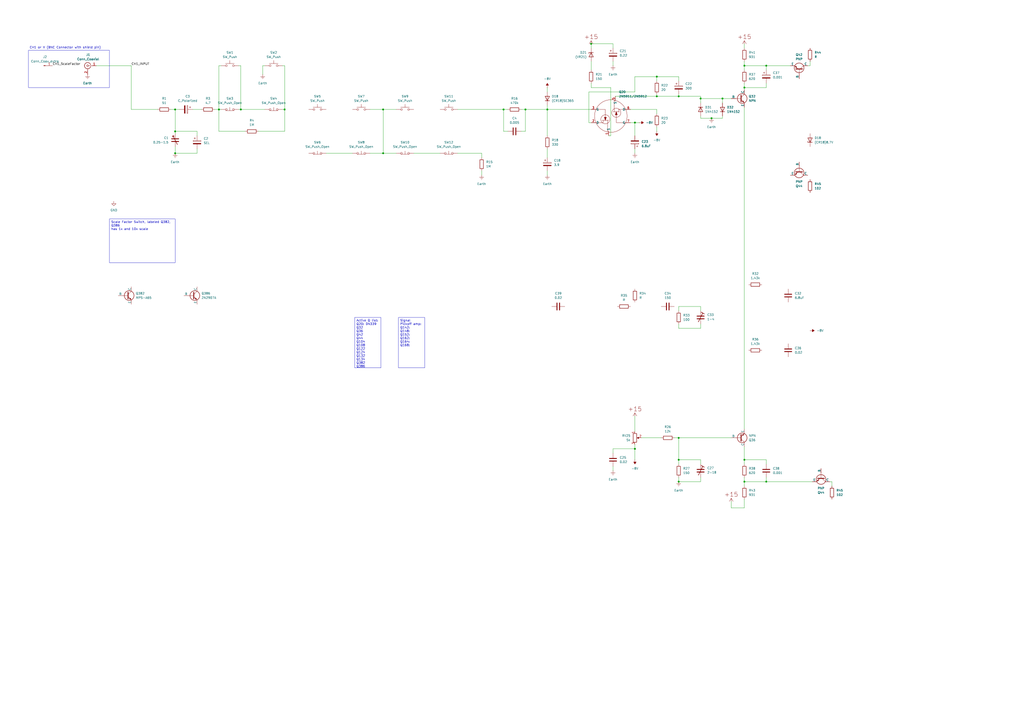
<source format=kicad_sch>
(kicad_sch (version 20250114) (generator "eeschema") (generator_version "9.0")
  (paper "A2")
  (lib_symbols
    (symbol "Connector:Conn_01x01_Pin" (pin_names (offset 1.016) (hide yes))
      (property "Reference" "J" (at 0 2.54 0))
      (property "Value" "Conn_01x01_Pin" (at 0 -2.54 0))
      (symbol "Conn_01x01_Pin_1_1"
        (rectangle (start 0.8636 0.127) (end 0 -0.127) (stroke (width 0.1524)) (fill (type outline)))
        (polyline (pts (xy 1.27 0) (xy 0.8636 0)) (stroke (width 0.1524)))
        (pin passive line (at 5.08 0 180) (length 3.81) (name "Pin_1") (number "1"))
      )
    )
    (symbol "Connector:Conn_Coaxial" (pin_names (offset 1.016) (hide yes))
      (property "Reference" "J" (at 0.254 3.048 0))
      (property "Value" "Conn_Coaxial" (at 2.921 0 90))
      (symbol "Conn_Coaxial_0_1"
        (polyline (pts (xy -2.54 0) (xy -0.508 0)))
        (arc (start 1.778 0) (mid 0.222 -1.8079) (end -1.778 -0.508) (stroke (width 0.254)))
        (arc (start -1.778 0.508) (mid 0.2221 1.8084) (end 1.778 0) (stroke (width 0.254)))
        (circle (center 0 0) (radius 0.508) (stroke (width 0.2032)))
        (polyline (pts (xy 0 -2.54) (xy 0 -1.778)))
      )
      (symbol "Conn_Coaxial_1_1"
        (pin passive line (at -5.08 0 0) (length 2.54) (name "In") (number "1"))
        (pin passive line (at 0 -5.08 90) (length 2.54) (name "Ext") (number "2"))
      )
    )
    (symbol "Device:C" (pin_numbers (hide yes)) (pin_names (offset 0.254))
      (property "Reference" "C" (at 0.635 2.54 0))
      (property "Value" "C" (at 0.635 -2.54 0))
      (symbol "C_0_1"
        (polyline (pts (xy -2.032 0.762) (xy 2.032 0.762)) (stroke (width 0.508)))
        (polyline (pts (xy -2.032 -0.762) (xy 2.032 -0.762)) (stroke (width 0.508)))
      )
      (symbol "C_1_1"
        (pin passive line (at 0 3.81 270) (length 2.794) (name "~") (number "1"))
        (pin passive line (at 0 -3.81 90) (length 2.794) (name "~") (number "2"))
      )
    )
    (symbol "Device:C_Polarized" (pin_numbers (hide yes)) (pin_names (offset 0.254))
      (property "Reference" "C" (at 0.635 2.54 0))
      (property "Value" "C_Polarized" (at 0.635 -2.54 0))
      (symbol "C_Polarized_0_1"
        (rectangle (start -2.286 0.508) (end 2.286 1.016))
        (polyline (pts (xy -1.778 2.286) (xy -0.762 2.286)))
        (polyline (pts (xy -1.27 2.794) (xy -1.27 1.778)))
        (rectangle (start 2.286 -0.508) (end -2.286 -1.016) (fill (type outline)))
      )
      (symbol "C_Polarized_1_1"
        (pin passive line (at 0 3.81 270) (length 2.794) (name "~") (number "1"))
        (pin passive line (at 0 -3.81 90) (length 2.794) (name "~") (number "2"))
      )
    )
    (symbol "Device:C_Trim" (pin_numbers (hide yes)) (pin_names (offset 0.254) (hide yes))
      (property "Reference" "C" (at 1.524 -2.032 0))
      (property "Value" "C_Trim" (at 3.048 -3.556 0))
      (symbol "C_Trim_0_1"
        (polyline (pts (xy -2.032 0.762) (xy 2.032 0.762)) (stroke (width 0.508)))
        (polyline (pts (xy -2.032 -0.762) (xy 2.032 -0.762)) (stroke (width 0.508)))
        (polyline (pts (xy 1.27 2.54) (xy -1.27 -2.54)) (stroke (width 0.3048)))
        (polyline (pts (xy 1.27 2.54) (xy 0.381 3.048)) (stroke (width 0.3048)))
        (polyline (pts (xy 1.27 2.54) (xy 2.159 2.032)) (stroke (width 0.3048)))
      )
      (symbol "C_Trim_1_1"
        (pin passive line (at 0 3.81 270) (length 3.048) (name "~") (number "1"))
        (pin passive line (at 0 -3.81 90) (length 3.048) (name "~") (number "2"))
      )
    )
    (symbol "Device:C_Variable" (pin_numbers (hide yes)) (pin_names (offset 0.254) (hide yes))
      (property "Reference" "C" (at 0.635 -1.905 0))
      (property "Value" "C_Variable" (at 0.635 -3.81 0))
      (symbol "C_Variable_0_1"
        (polyline (pts (xy -2.032 0.762) (xy 2.032 0.762)) (stroke (width 0.508)))
        (polyline (pts (xy -2.032 -0.762) (xy 2.032 -0.762)) (stroke (width 0.508)))
        (polyline (pts (xy 1.27 2.54) (xy -1.27 -2.54)) (stroke (width 0.3048)))
        (polyline (pts (xy 1.27 2.54) (xy 0.508 2.286)) (stroke (width 0.3048)))
        (polyline (pts (xy 1.27 2.54) (xy 1.524 1.778)) (stroke (width 0.3048)))
      )
      (symbol "C_Variable_1_1"
        (pin passive line (at 0 3.81 270) (length 3.048) (name "~") (number "1"))
        (pin passive line (at 0 -3.81 90) (length 3.048) (name "~") (number "2"))
      )
    )
    (symbol "Device:D" (pin_numbers (hide yes)) (pin_names (offset 1.016) (hide yes))
      (property "Reference" "D" (at 0 2.54 0))
      (property "Value" "D" (at 0 -2.54 0))
      (symbol "D_0_1"
        (polyline (pts (xy -1.27 1.27) (xy -1.27 -1.27)) (stroke (width 0.254)))
        (polyline (pts (xy 1.27 1.27) (xy 1.27 -1.27) (xy -1.27 0) (xy 1.27 1.27)) (stroke (width 0.254)))
        (polyline (pts (xy 1.27 0) (xy -1.27 0)))
      )
      (symbol "D_1_1"
        (pin passive line (at -3.81 0 0) (length 2.54) (name "K") (number "1"))
        (pin passive line (at 3.81 0 180) (length 2.54) (name "A") (number "2"))
      )
    )
    (symbol "Device:D_Zener" (pin_numbers (hide yes)) (pin_names (offset 1.016) (hide yes))
      (property "Reference" "D" (at 0 2.54 0))
      (property "Value" "D_Zener" (at 0 -2.54 0))
      (symbol "D_Zener_0_1"
        (polyline (pts (xy -1.27 -1.27) (xy -1.27 1.27) (xy -0.762 1.27)) (stroke (width 0.254)))
        (polyline (pts (xy 1.27 0) (xy -1.27 0)))
        (polyline (pts (xy 1.27 -1.27) (xy 1.27 1.27) (xy -1.27 0) (xy 1.27 -1.27)) (stroke (width 0.254)))
      )
      (symbol "D_Zener_1_1"
        (pin passive line (at -3.81 0 0) (length 2.54) (name "K") (number "1"))
        (pin passive line (at 3.81 0 180) (length 2.54) (name "A") (number "2"))
      )
    )
    (symbol "Device:R" (pin_numbers (hide yes)) (pin_names (offset 0))
      (property "Reference" "R" (at 2.032 0 90))
      (property "Value" "R" (at 0 0 90))
      (symbol "R_0_1"
        (rectangle (start -1.016 -2.54) (end 1.016 2.54) (stroke (width 0.254)))
      )
      (symbol "R_1_1"
        (pin passive line (at 0 3.81 270) (length 1.27) (name "~") (number "1"))
        (pin passive line (at 0 -3.81 90) (length 1.27) (name "~") (number "2"))
      )
    )
    (symbol "Device:R_Potentiometer" (pin_names (offset 1.016) (hide yes))
      (property "Reference" "RV" (at -4.445 0 90))
      (property "Value" "R_Potentiometer" (at -2.54 0 90))
      (symbol "R_Potentiometer_0_1"
        (rectangle (start 1.016 2.54) (end -1.016 -2.54) (stroke (width 0.254)))
        (polyline (pts (xy 1.143 0) (xy 2.286 0.508) (xy 2.286 -0.508) (xy 1.143 0)) (fill (type outline)))
        (polyline (pts (xy 2.54 0) (xy 1.524 0)))
      )
      (symbol "R_Potentiometer_1_1"
        (pin passive line (at 0 3.81 270) (length 1.27) (name "1") (number "1"))
        (pin passive line (at 0 -3.81 90) (length 1.27) (name "3") (number "3"))
        (pin passive line (at 3.81 0 180) (length 1.27) (name "2") (number "2"))
      )
    )
    (symbol "PCM_Generic:P,+15" (power) (pin_numbers (hide yes)) (pin_names (offset 1.27) (hide yes))
      (symbol "P,+15_1_1"
        (polyline (pts (xy -1.0668 0) (xy 0 1.8288) (xy 1.0668 0)))
        (polyline (pts (xy 0 0) (xy 0 1.8288)))
        (text "+15" (at 0 2.54 0) (effects (font (size 2.54 2.54)) (justify bottom)))
        (pin power_in line (at 0 0 0) (length 0) (hide yes) (name "+15") (number "0"))
      )
    )
    (symbol "Simulation_SPICE:NPN" (pin_numbers (hide yes)) (pin_names (offset 0))
      (property "Reference" "Q" (at -2.54 7.62 0))
      (property "Value" "NPN" (at -2.54 5.08 0))
      (symbol "NPN_0_1"
        (polyline (pts (xy -2.54 0) (xy 0.635 0)) (stroke (width 0.1524)))
        (polyline (pts (xy 0.635 1.905) (xy 0.635 -1.905) (xy 0.635 -1.905)) (stroke (width 0.508)))
        (polyline (pts (xy 0.635 0.635) (xy 2.54 2.54)))
        (polyline (pts (xy 0.635 -0.635) (xy 2.54 -2.54) (xy 2.54 -2.54)))
        (circle (center 1.27 0) (radius 2.8194) (stroke (width 0.254)))
        (polyline (pts (xy 1.27 -1.778) (xy 1.778 -1.27) (xy 2.286 -2.286) (xy 1.27 -1.778) (xy 1.27 -1.778)) (fill (type outline)))
        (polyline (pts (xy 2.794 -1.27) (xy 2.794 -1.27)) (stroke (width 0.1524)))
        (polyline (pts (xy 2.794 -1.27) (xy 2.794 -1.27)) (stroke (width 0.1524)))
      )
      (symbol "NPN_1_1"
        (pin input line (at -5.08 0 0) (length 2.54) (name "B") (number "2"))
        (pin open_collector line (at 2.54 5.08 270) (length 2.54) (name "C") (number "1"))
        (pin open_emitter line (at 2.54 -5.08 90) (length 2.54) (name "E") (number "3"))
      )
    )
    (symbol "Simulation_SPICE:PNP" (pin_numbers (hide yes)) (pin_names (offset 0))
      (property "Reference" "Q" (at -2.54 7.62 0))
      (property "Value" "PNP" (at -2.54 5.08 0))
      (symbol "PNP_0_1"
        (polyline (pts (xy -2.54 0) (xy 0.635 0)) (stroke (width 0.1524)))
        (polyline (pts (xy 0.635 1.905) (xy 0.635 -1.905) (xy 0.635 -1.905)) (stroke (width 0.508)))
        (polyline (pts (xy 0.635 0.635) (xy 2.54 2.54)))
        (polyline (pts (xy 0.635 -0.635) (xy 2.54 -2.54) (xy 2.54 -2.54)))
        (circle (center 1.27 0) (radius 2.8194) (stroke (width 0.254)))
        (polyline (pts (xy 2.286 -1.778) (xy 1.778 -2.286) (xy 1.27 -1.27) (xy 2.286 -1.778) (xy 2.286 -1.778)) (fill (type outline)))
      )
      (symbol "PNP_1_1"
        (pin input line (at -5.08 0 0) (length 2.54) (name "B") (number "2"))
        (pin open_collector line (at 2.54 5.08 270) (length 2.54) (name "C") (number "1"))
        (pin open_emitter line (at 2.54 -5.08 90) (length 2.54) (name "E") (number "3"))
      )
    )
    (symbol "Switch:SW_Push" (pin_numbers (hide yes)) (pin_names (offset 1.016) (hide yes))
      (property "Reference" "SW" (at 1.27 2.54 0))
      (property "Value" "SW_Push" (at 0 -1.524 0))
      (symbol "SW_Push_0_1"
        (circle (center -2.032 0) (radius 0.508))
        (polyline (pts (xy 0 1.27) (xy 0 3.048)))
        (circle (center 2.032 0) (radius 0.508))
        (polyline (pts (xy 2.54 1.27) (xy -2.54 1.27)))
        (pin passive line (at -5.08 0 0) (length 2.54) (name "1") (number "1"))
        (pin passive line (at 5.08 0 180) (length 2.54) (name "2") (number "2"))
      )
    )
    (symbol "Switch:SW_Push_Open" (pin_numbers (hide yes)) (pin_names (offset 1.016) (hide yes))
      (property "Reference" "SW" (at 0 2.54 0))
      (property "Value" "SW_Push_Open" (at 0 -1.905 0))
      (symbol "SW_Push_Open_0_1"
        (polyline (pts (xy -2.54 -0.635) (xy 2.54 -0.635)))
        (circle (center -2.032 0) (radius 0.508))
        (polyline (pts (xy 0 -0.635) (xy 0 1.27)))
        (circle (center 2.032 0) (radius 0.508))
        (pin passive line (at -5.08 0 0) (length 2.54) (name "A") (number "1"))
      )
      (symbol "SW_Push_Open_1_1"
        (pin passive line (at 5.08 0 180) (length 2.54) (name "B") (number "2"))
      )
    )
    (symbol "power:-8V" (power) (pin_numbers (hide yes)) (pin_names (offset 0) (hide yes))
      (property "Value" "-8V" (at 0 3.556 0))
      (symbol "-8V_0_0"
        (pin power_in line (at 0 0 90) (length 0) (name "~") (number "1"))
      )
      (symbol "-8V_0_1"
        (polyline (pts (xy 0 0) (xy 0 1.27) (xy 0.762 1.27) (xy 0 2.54) (xy -0.762 1.27) (xy 0 1.27)) (fill (type outline)))
      )
    )
    (symbol "power:Earth" (power) (pin_numbers (hide yes)) (pin_names (offset 0) (hide yes))
      (property "Value" "Earth" (at 0 -3.81 0))
      (symbol "Earth_0_1"
        (polyline (pts (xy -0.635 -1.905) (xy 0.635 -1.905)))
        (polyline (pts (xy -0.127 -2.54) (xy 0.127 -2.54)))
        (polyline (pts (xy 0 -1.27) (xy 0 0)))
        (polyline (pts (xy 1.27 -1.27) (xy -1.27 -1.27)))
      )
      (symbol "Earth_1_1"
        (pin power_in line (at 0 0 270) (length 0) (name "~") (number "1"))
      )
    )
    (symbol "power:GND" (power) (pin_numbers (hide yes)) (pin_names (offset 0) (hide yes))
      (property "Value" "GND" (at 0 -3.81 0))
      (symbol "GND_0_1"
        (polyline (pts (xy 0 0) (xy 0 -1.27) (xy 1.27 -1.27) (xy 0 -2.54) (xy -1.27 -1.27) (xy 0 -1.27)))
      )
      (symbol "GND_1_1"
        (pin power_in line (at 0 0 270) (length 0) (name "~") (number "1"))
      )
    )
    (symbol "techtronix_lib:2N5911/2N5912"
      (property "Reference" "Q" (at 9.652 -9.398 0))
      (property "Value" "2N5911/2N5912" (at 10.16 -11.938 0))
      (symbol "2N5911/2N5912_0_1"
        (polyline (pts (xy -5.08 -2.54) (xy -1.27 -2.54)))
        (circle (center 0 0) (radius 9.44))
        (polyline (pts (xy 1.27 2.54) (xy 5.08 2.54)))
      )
      (symbol "2N5911/2N5912_1_1"
        (polyline (pts (xy -4.445 -2.54) (xy -4.445 -3.81) (xy -8.89 -3.81)))
        (polyline (pts (xy -3.175 -0.635) (xy -3.175 3.81) (xy -8.89 3.81)))
        (circle (center -3.175 -1.905) (radius 2.6182))
        (polyline (pts (xy -3.175 -2.54) (xy -2.54 -0.635) (xy -3.81 -0.635) (xy -3.175 -2.54)) (fill (type outline)))
        (polyline (pts (xy -1.905 -2.54) (xy -1.905 -8.89)))
        (polyline (pts (xy -1.27 -8.89) (xy -1.905 -8.89)))
        (polyline (pts (xy 1.905 2.54) (xy 1.905 8.89)))
        (polyline (pts (xy 2.54 8.89) (xy 1.905 8.89)))
        (polyline (pts (xy 3.175 2.54) (xy 2.54 0.635) (xy 3.81 0.635) (xy 3.175 2.54)) (fill (type outline)))
        (circle (center 3.175 1.905) (radius 2.6182))
        (polyline (pts (xy 3.175 0.635) (xy 3.175 -3.81) (xy 8.89 -3.81)))
        (polyline (pts (xy 4.445 2.54) (xy 4.445 3.81) (xy 8.89 3.81)))
        (pin passive line (at -11.43 3.81 0) (length 2.54) (name "G") (number "3"))
        (pin passive line (at -11.43 -3.81 0) (length 2.54) (name "D") (number "2"))
        (pin passive line (at -1.27 -11.43 90) (length 2.54) (name "S") (number "1"))
        (pin passive line (at 2.54 11.43 270) (length 2.54) (name "S") (number "5"))
        (pin passive line (at 11.43 3.81 180) (length 2.54) (name "D") (number "6"))
        (pin passive line (at 11.43 -3.81 180) (length 2.54) (name "G") (number "7"))
      )
    )
  )
  (rectangle (start 16.51 29.21) (end 63.5 50.8))
  (text "CH1 or X (BNC Connector with shield pin)" (at 37.846 27.686 0) (effects (font (size 1.27 1.27))))
  (text_box "Signal Pickoff amp:\nQ142:\nQ148:\nQ152:\nQ162:\nQ164:\nQ168:" (at 231.14 184.15 0) (size 15.24 29.21) (margins 0.9525 0.9525 0.9525 0.9525) (effects (font (size 1.27 1.27)) (justify left top)))
  (text_box "Active Q list:\nQ20: DN339\nQ32\nQ36\nQ42\nQ44\nQ104\nQ108\nQ122\nQ124\nQ132\nQ134\nQ382\nQ386" (at 205.74 184.15 0) (size 15.24 29.21) (margins 0.9525 0.9525 0.9525 0.9525) (effects (font (size 1.27 1.27)) (justify left top)))
  (text_box "Scale Factor Switch, labeled Q382, Q386\nhas 1x and 10x scale" (at 63.5 127 0) (size 38.1 25.4) (margins 0.9525 0.9525 0.9525 0.9525) (effects (font (size 1.27 1.27)) (justify left top)))
  (junction (at 317.5 63.5))
  (junction (at 139.7 63.5))
  (junction (at 393.7 279.4))
  (junction (at 368.3 260.35))
  (junction (at 222.25 88.9))
  (junction (at 381 55.88))
  (junction (at 444.5 38.1))
  (junction (at 368.3 71.12))
  (junction (at 412.75 68.58))
  (junction (at 406.4 57.15))
  (junction (at 127 63.5))
  (junction (at 101.6 76.2))
  (junction (at 431.8 279.4))
  (junction (at 393.7 55.88))
  (junction (at 393.7 266.7))
  (junction (at 222.25 63.5))
  (junction (at 431.8 38.1))
  (junction (at 101.6 63.5))
  (junction (at 431.8 50.8))
  (junction (at 431.8 266.7))
  (junction (at 342.9 25.4))
  (junction (at 165.1 63.5))
  (junction (at 304.8 63.5))
  (junction (at 419.1 57.15))
  (junction (at 292.1 63.5))
  (junction (at 444.5 279.4))
  (junction (at 101.6 88.9))
  (junction (at 393.7 254))
  (junction (at 381 44.45))
  (wire (pts (xy 214.63 88.9) (xy 222.25 88.9)))
  (wire (pts (xy 368.3 86.36) (xy 368.3 88.9)))
  (wire (pts (xy 353.06 78.74) (xy 354.33 78.74)))
  (wire (pts (xy 419.1 57.15) (xy 419.1 59.69)))
  (wire (pts (xy 342.9 25.4) (xy 342.9 27.94)))
  (wire (pts (xy 101.6 76.2) (xy 101.6 77.47)))
  (wire (pts (xy 406.4 57.15) (xy 406.4 59.69)))
  (wire (pts (xy 393.7 254) (xy 393.7 266.7)))
  (wire (pts (xy 431.8 38.1) (xy 444.5 38.1)))
  (wire (pts (xy 368.3 53.34) (xy 368.3 44.45)))
  (wire (pts (xy 222.25 63.5) (xy 222.25 88.9)))
  (wire (pts (xy 368.3 71.12) (xy 370.84 71.12)))
  (wire (pts (xy 431.8 50.8) (xy 431.8 52.07)))
  (wire (pts (xy 381 73.66) (xy 381 76.2)))
  (wire (pts (xy 355.6 270.51) (xy 355.6 273.05)))
  (wire (pts (xy 431.8 276.86) (xy 431.8 279.4)))
  (wire (pts (xy 354.33 50.8) (xy 342.9 50.8)))
  (wire (pts (xy 444.5 279.4) (xy 471.17 279.4)))
  (wire (pts (xy 431.8 50.8) (xy 444.5 50.8)))
  (wire (pts (xy 393.7 266.7) (xy 393.7 269.24)))
  (wire (pts (xy 482.6 281.94) (xy 482.6 279.4)))
  (wire (pts (xy 393.7 254) (xy 424.18 254)))
  (wire (pts (xy 393.7 276.86) (xy 393.7 279.4)))
  (wire (pts (xy 393.7 55.88) (xy 406.4 55.88)))
  (wire (pts (xy 302.26 76.2) (xy 304.8 76.2)))
  (wire (pts (xy 355.6 27.94) (xy 355.6 25.4)))
  (wire (pts (xy 139.7 38.1) (xy 139.7 63.5)))
  (wire (pts (xy 163.83 38.1) (xy 165.1 38.1)))
  (wire (pts (xy 152.4 38.1) (xy 152.4 43.18)))
  (wire (pts (xy 368.3 257.81) (xy 368.3 260.35)))
  (wire (pts (xy 142.24 76.2) (xy 127 76.2)))
  (wire (pts (xy 406.4 187.96) (xy 406.4 190.5)))
  (wire (pts (xy 124.46 63.5) (xy 127 63.5)))
  (wire (pts (xy 354.33 78.74) (xy 354.33 50.8)))
  (wire (pts (xy 149.86 76.2) (xy 165.1 76.2)))
  (wire (pts (xy 393.7 54.61) (xy 393.7 55.88)))
  (wire (pts (xy 444.5 38.1) (xy 458.47 38.1)))
  (wire (pts (xy 368.3 260.35) (xy 368.3 266.7)))
  (wire (pts (xy 431.8 48.26) (xy 431.8 50.8)))
  (wire (pts (xy 406.4 276.86) (xy 406.4 279.4)))
  (wire (pts (xy 393.7 187.96) (xy 393.7 190.5)))
  (wire (pts (xy 406.4 67.31) (xy 406.4 68.58)))
  (wire (pts (xy 431.8 294.64) (xy 424.18 294.64)))
  (wire (pts (xy 222.25 88.9) (xy 229.87 88.9)))
  (wire (pts (xy 444.5 48.26) (xy 444.5 50.8)))
  (wire (pts (xy 189.23 88.9) (xy 204.47 88.9)))
  (wire (pts (xy 355.6 260.35) (xy 368.3 260.35)))
  (wire (pts (xy 406.4 55.88) (xy 406.4 57.15)))
  (wire (pts (xy 406.4 180.34) (xy 406.4 177.8)))
  (wire (pts (xy 393.7 279.4) (xy 406.4 279.4)))
  (wire (pts (xy 431.8 35.56) (xy 431.8 38.1)))
  (wire (pts (xy 468.63 38.1) (xy 469.9 38.1)))
  (wire (pts (xy 317.5 63.5) (xy 342.9 63.5)))
  (wire (pts (xy 317.5 63.5) (xy 317.5 78.74)))
  (wire (pts (xy 165.1 38.1) (xy 165.1 63.5)))
  (wire (pts (xy 365.76 71.12) (xy 368.3 71.12)))
  (wire (pts (xy 165.1 63.5) (xy 165.1 76.2)))
  (wire (pts (xy 138.43 38.1) (xy 139.7 38.1)))
  (wire (pts (xy 99.06 63.5) (xy 101.6 63.5)))
  (wire (pts (xy 431.8 62.23) (xy 431.8 248.92)))
  (wire (pts (xy 292.1 76.2) (xy 292.1 63.5)))
  (wire (pts (xy 127 63.5) (xy 127 38.1)))
  (wire (pts (xy 356.87 55.88) (xy 381 55.88)))
  (wire (pts (xy 381 54.61) (xy 381 55.88)))
  (wire (pts (xy 214.63 63.5) (xy 222.25 63.5)))
  (wire (pts (xy 431.8 266.7) (xy 444.5 266.7)))
  (wire (pts (xy 391.16 254) (xy 393.7 254)))
  (wire (pts (xy 381 63.5) (xy 381 66.04)))
  (wire (pts (xy 342.9 25.4) (xy 355.6 25.4)))
  (wire (pts (xy 55.88 38.1) (xy 76.2 38.1)))
  (wire (pts (xy 372.11 254) (xy 383.54 254)))
  (wire (pts (xy 431.8 279.4) (xy 431.8 281.94)))
  (wire (pts (xy 431.8 266.7) (xy 431.8 269.24)))
  (wire (pts (xy 138.43 63.5) (xy 139.7 63.5)))
  (wire (pts (xy 481.33 279.4) (xy 482.6 279.4)))
  (wire (pts (xy 381 55.88) (xy 393.7 55.88)))
  (wire (pts (xy 342.9 71.12) (xy 341.63 71.12)))
  (wire (pts (xy 265.43 63.5) (xy 292.1 63.5)))
  (wire (pts (xy 101.6 85.09) (xy 101.6 88.9)))
  (wire (pts (xy 469.9 35.56) (xy 469.9 38.1)))
  (wire (pts (xy 381 44.45) (xy 381 46.99)))
  (wire (pts (xy 424.18 290.83) (xy 424.18 294.64)))
  (wire (pts (xy 419.1 67.31) (xy 419.1 68.58)))
  (wire (pts (xy 419.1 57.15) (xy 424.18 57.15)))
  (wire (pts (xy 368.3 78.74) (xy 368.3 71.12)))
  (wire (pts (xy 240.03 88.9) (xy 255.27 88.9)))
  (wire (pts (xy 304.8 76.2) (xy 304.8 63.5)))
  (wire (pts (xy 304.8 63.5) (xy 302.26 63.5)))
  (wire (pts (xy 317.5 60.96) (xy 317.5 63.5)))
  (wire (pts (xy 406.4 68.58) (xy 412.75 68.58)))
  (wire (pts (xy 368.3 241.3) (xy 368.3 250.19)))
  (wire (pts (xy 368.3 44.45) (xy 381 44.45)))
  (wire (pts (xy 406.4 177.8) (xy 393.7 177.8)))
  (wire (pts (xy 406.4 269.24) (xy 406.4 266.7)))
  (wire (pts (xy 101.6 63.5) (xy 101.6 76.2)))
  (wire (pts (xy 101.6 88.9) (xy 114.3 88.9)))
  (wire (pts (xy 139.7 63.5) (xy 153.67 63.5)))
  (wire (pts (xy 406.4 190.5) (xy 393.7 190.5)))
  (wire (pts (xy 341.63 53.34) (xy 368.3 53.34)))
  (wire (pts (xy 111.76 63.5) (xy 116.84 63.5)))
  (wire (pts (xy 294.64 76.2) (xy 292.1 76.2)))
  (wire (pts (xy 365.76 63.5) (xy 381 63.5)))
  (wire (pts (xy 381 44.45) (xy 393.7 44.45)))
  (wire (pts (xy 355.6 262.89) (xy 355.6 260.35)))
  (wire (pts (xy 292.1 63.5) (xy 294.64 63.5)))
  (wire (pts (xy 101.6 76.2) (xy 114.3 76.2)))
  (wire (pts (xy 393.7 177.8) (xy 393.7 180.34)))
  (wire (pts (xy 163.83 63.5) (xy 165.1 63.5)))
  (wire (pts (xy 444.5 276.86) (xy 444.5 279.4)))
  (wire (pts (xy 101.6 63.5) (xy 104.14 63.5)))
  (wire (pts (xy 393.7 46.99) (xy 393.7 44.45)))
  (wire (pts (xy 222.25 63.5) (xy 229.87 63.5)))
  (wire (pts (xy 128.27 63.5) (xy 127 63.5)))
  (wire (pts (xy 431.8 25.4) (xy 431.8 27.94)))
  (wire (pts (xy 317.5 86.36) (xy 317.5 91.44)))
  (wire (pts (xy 406.4 57.15) (xy 419.1 57.15)))
  (wire (pts (xy 406.4 266.7) (xy 393.7 266.7)))
  (wire (pts (xy 431.8 38.1) (xy 431.8 40.64)))
  (wire (pts (xy 153.67 38.1) (xy 152.4 38.1)))
  (wire (pts (xy 317.5 99.06) (xy 317.5 101.6)))
  (wire (pts (xy 317.5 63.5) (xy 304.8 63.5)))
  (wire (pts (xy 114.3 86.36) (xy 114.3 88.9)))
  (wire (pts (xy 342.9 48.26) (xy 342.9 50.8)))
  (wire (pts (xy 355.6 35.56) (xy 355.6 38.1)))
  (wire (pts (xy 444.5 40.64) (xy 444.5 38.1)))
  (wire (pts (xy 431.8 289.56) (xy 431.8 294.64)))
  (wire (pts (xy 342.9 35.56) (xy 342.9 40.64)))
  (wire (pts (xy 412.75 68.58) (xy 419.1 68.58)))
  (wire (pts (xy 431.8 279.4) (xy 444.5 279.4)))
  (wire (pts (xy 127 63.5) (xy 127 76.2)))
  (wire (pts (xy 127 38.1) (xy 128.27 38.1)))
  (wire (pts (xy 444.5 269.24) (xy 444.5 266.7)))
  (wire (pts (xy 76.2 63.5) (xy 91.44 63.5)))
  (wire (pts (xy 279.4 91.44) (xy 279.4 88.9)))
  (wire (pts (xy 114.3 78.74) (xy 114.3 76.2)))
  (wire (pts (xy 317.5 50.8) (xy 317.5 53.34)))
  (wire (pts (xy 279.4 99.06) (xy 279.4 101.6)))
  (wire (pts (xy 265.43 88.9) (xy 279.4 88.9)))
  (wire (pts (xy 341.63 71.12) (xy 341.63 53.34)))
  (wire (pts (xy 431.8 259.08) (xy 431.8 266.7)))
  (wire (pts (xy 76.2 38.1) (xy 76.2 63.5)))
  (label "CH1_ScaleFactor" (at 30.48 38.1 0))
  (label "CH1_INPUT" (at 76.2 38.1 0))
  (symbol (lib_id "Simulation_SPICE:PNP") (at 476.25 276.86 270) (unit 1)
    (property "Reference" "Q44" (at 476.25 285.75 90))
    (property "Value" "PNP" (at 476.25 283.21 90))
    (property "Datasheet" "https://ngspice.sourceforge.io/docs/ngspice-html-manual/manual.xhtml#cha_BJTs" (effects (hide yes)))
    (property "Description" "Bipolar transistor symbol for simulation only, substrate tied to the emitter" (effects (hide yes)))
    (property "Sim.Device" "PNP" (effects (hide yes)))
    (property "Sim.Type" "GUMMELPOON" (effects (hide yes)))
    (property "Sim.Pins" "1=C 2=B 3=E" (effects (hide yes)))
  )
  (symbol (lib_id "Switch:SW_Push") (at 133.35 38.1 0) (unit 1)
    (property "Reference" "SW1" (at 133.35 30.48 0))
    (property "Value" "SW_Push" (at 133.35 33.02 0))
    (property "Description" "Push button switch, generic, two pins" (effects (hide yes)))
  )
  (symbol (lib_id "Device:R") (at 146.05 76.2 90) (unit 1)
    (property "Reference" "R4" (at 146.05 69.85 90))
    (property "Value" "1M" (at 146.05 72.39 90))
    (property "Description" "Resistor" (effects (hide yes)))
  )
  (symbol (lib_id "Simulation_SPICE:PNP") (at 463.55 99.06 270) (unit 1)
    (property "Reference" "Q44" (at 463.55 107.95 90))
    (property "Value" "PNP" (at 463.55 105.41 90))
    (property "Datasheet" "https://ngspice.sourceforge.io/docs/ngspice-html-manual/manual.xhtml#cha_BJTs" (effects (hide yes)))
    (property "Description" "Bipolar transistor symbol for simulation only, substrate tied to the emitter" (effects (hide yes)))
    (property "Sim.Device" "PNP" (effects (hide yes)))
    (property "Sim.Type" "GUMMELPOON" (effects (hide yes)))
    (property "Sim.Pins" "1=C 2=B 3=E" (effects (hide yes)))
  )
  (symbol (lib_id "power:Earth") (at 152.4 43.18 0) (unit 1)
    (property "Reference" "#PWR03" (effects (hide yes)))
    (property "Value" "Earth" (at 152.4 48.26 0))
    (property "Description" "Power symbol creates a global label with name \"Earth\"" (effects (hide yes)))
  )
  (symbol (lib_id "Device:D") (at 317.5 57.15 90) (unit 1)
    (property "Reference" "D18" (at 320.04 55.8799 90) (effects (justify right)))
    (property "Value" "(CR18)SE365" (at 320.04 58.4199 90) (effects (justify right)))
    (property "Description" "Diode" (effects (hide yes)))
    (property "Sim.Device" "D" (effects (hide yes)))
    (property "Sim.Pins" "1=K 2=A" (effects (hide yes)))
  )
  (symbol (lib_id "power:Earth") (at 412.75 68.58 0) (unit 1)
    (property "Reference" "#PWR014" (effects (hide yes)))
    (property "Value" "Earth" (at 412.75 73.66 0))
    (property "Description" "Power symbol creates a global label with name \"Earth\"" (effects (hide yes)))
  )
  (symbol (lib_id "Device:C_Polarized") (at 444.5 44.45 0) (unit 1)
    (property "Reference" "C37" (at 448.31 42.2909 0) (effects (justify left)))
    (property "Value" "0.001" (at 448.31 44.8309 0) (effects (justify left)))
    (property "Description" "Polarized capacitor" (effects (hide yes)))
  )
  (symbol (lib_id "Device:C") (at 457.2 171.45 0) (unit 1)
    (property "Reference" "C32" (at 461.01 170.1799 0) (effects (justify left)))
    (property "Value" "6.8uF" (at 461.01 172.7199 0) (effects (justify left)))
    (property "Description" "Unpolarized capacitor" (effects (hide yes)))
  )
  (symbol (lib_id "Device:R") (at 431.8 273.05 0) (unit 1)
    (property "Reference" "R38" (at 434.34 271.7799 0) (effects (justify left)))
    (property "Value" "620" (at 434.34 274.3199 0) (effects (justify left)))
    (property "Description" "Resistor" (effects (hide yes)))
  )
  (symbol (lib_id "Device:R") (at 279.4 95.25 0) (unit 1)
    (property "Reference" "R15" (at 281.94 93.9799 0) (effects (justify left)))
    (property "Value" "1M" (at 281.94 96.5199 0) (effects (justify left)))
    (property "Description" "Resistor" (effects (hide yes)))
  )
  (symbol (lib_id "Device:R") (at 393.7 184.15 0) (unit 1)
    (property "Reference" "R33" (at 396.24 182.8799 0) (effects (justify left)))
    (property "Value" "100" (at 396.24 185.4199 0) (effects (justify left)))
    (property "Description" "Resistor" (effects (hide yes)))
  )
  (symbol (lib_id "Device:C_Polarized") (at 317.5 95.25 0) (unit 1)
    (property "Reference" "C18" (at 321.31 93.0909 0) (effects (justify left)))
    (property "Value" "3.9" (at 321.31 95.6309 0) (effects (justify left)))
    (property "Description" "Polarized capacitor" (effects (hide yes)))
  )
  (symbol (lib_id "Device:C") (at 355.6 266.7 0) (unit 1)
    (property "Reference" "C25" (at 359.41 265.4299 0) (effects (justify left)))
    (property "Value" "0.02" (at 359.41 267.9699 0) (effects (justify left)))
    (property "Description" "Unpolarized capacitor" (effects (hide yes)))
  )
  (symbol (lib_id "Switch:SW_Push") (at 158.75 38.1 0) (unit 1)
    (property "Reference" "SW2" (at 158.75 30.48 0))
    (property "Value" "SW_Push" (at 158.75 33.02 0))
    (property "Description" "Push button switch, generic, two pins" (effects (hide yes)))
  )
  (symbol (lib_id "Device:C_Trim") (at 406.4 273.05 0) (unit 1)
    (property "Reference" "C27" (at 410.21 271.5259 0) (effects (justify left)))
    (property "Value" "2-18" (at 410.21 274.0659 0) (effects (justify left)))
    (property "Description" "Trimmable capacitor" (effects (hide yes)))
  )
  (symbol (lib_id "power:Earth") (at 393.7 279.4 0) (unit 1)
    (property "Reference" "#PWR018" (effects (hide yes)))
    (property "Value" "Earth" (at 393.7 284.48 0))
    (property "Description" "Power symbol creates a global label with name \"Earth\"" (effects (hide yes)))
  )
  (symbol (lib_id "power:Earth") (at 355.6 38.1 0) (unit 1)
    (property "Reference" "#PWR010" (effects (hide yes)))
    (property "Value" "Earth" (at 355.6 43.18 0))
    (property "Description" "Power symbol creates a global label with name \"Earth\"" (effects (hide yes)))
  )
  (symbol (lib_id "Switch:SW_Push_Open") (at 234.95 88.9 0) (unit 1)
    (property "Reference" "SW10" (at 234.95 82.55 0))
    (property "Value" "SW_Push_Open" (at 234.95 85.09 0))
    (property "Description" "Push button switch, push-to-open, generic, two pins" (effects (hide yes)))
  )
  (symbol (lib_id "PCM_Generic:P,+15") (at 424.18 290.83 0) (unit 1)
    (property "Reference" "#PWR015" (effects (hide yes)))
    (property "Value" "P,+15" (effects (hide yes)))
    (property "Description" "+15 positive potential/voltage (global DC power supply node)" (effects (hide yes)))
  )
  (symbol (lib_id "Device:R_Potentiometer") (at 368.3 254 0) (unit 1)
    (property "Reference" "RV25" (at 365.76 252.7299 0) (effects (justify right)))
    (property "Value" "5k" (at 365.76 255.2699 0) (effects (justify right)))
    (property "Description" "Potentiometer" (effects (hide yes)))
  )
  (symbol (lib_id "PCM_Generic:P,+15") (at 342.9 25.4 0) (unit 1)
    (property "Reference" "#PWR06" (effects (hide yes)))
    (property "Value" "P,+15" (effects (hide yes)))
    (property "Description" "+15 positive potential/voltage (global DC power supply node)" (effects (hide yes)))
  )
  (symbol (lib_id "Device:C_Polarized") (at 393.7 50.8 0) (unit 1)
    (property "Reference" "C22" (at 397.51 48.6409 0) (effects (justify left)))
    (property "Value" "300" (at 397.51 51.1809 0) (effects (justify left)))
    (property "Description" "Polarized capacitor" (effects (hide yes)))
  )
  (symbol (lib_id "Connector:Conn_01x01_Pin") (at 25.4 38.1 0) (unit 1)
    (property "Reference" "J2" (at 26.035 33.02 0))
    (property "Value" "Conn_Coax_extra" (at 26.035 35.56 0))
    (property "Description" "Generic connector, single row, 01x01, script generated" (effects (hide yes)))
  )
  (symbol (lib_id "Simulation_SPICE:NPN") (at 429.26 57.15 0) (unit 1)
    (property "Reference" "Q32" (at 434.34 55.8799 0) (effects (justify left)))
    (property "Value" "NPN" (at 434.34 58.4199 0) (effects (justify left)))
    (property "Datasheet" "https://ngspice.sourceforge.io/docs/ngspice-html-manual/manual.xhtml#cha_BJTs" (effects (hide yes)))
    (property "Description" "Bipolar transistor symbol for simulation only, substrate tied to the emitter" (effects (hide yes)))
    (property "Sim.Device" "NPN" (effects (hide yes)))
    (property "Sim.Type" "GUMMELPOON" (effects (hide yes)))
    (property "Sim.Pins" "1=C 2=B 3=E" (effects (hide yes)))
  )
  (symbol (lib_id "Device:R") (at 469.9 107.95 0) (unit 1)
    (property "Reference" "R45" (at 472.44 106.6799 0) (effects (justify left)))
    (property "Value" "102" (at 472.44 109.2199 0) (effects (justify left)))
    (property "Description" "Resistor" (effects (hide yes)))
  )
  (symbol (lib_id "power:Earth") (at 317.5 101.6 0) (unit 1)
    (property "Reference" "#PWR07" (effects (hide yes)))
    (property "Value" "Earth" (at 317.5 106.68 0))
    (property "Description" "Power symbol creates a global label with name \"Earth\"" (effects (hide yes)))
  )
  (symbol (lib_id "power:-8V") (at 469.9 191.77 270) (unit 1)
    (property "Reference" "#PWR020" (effects (hide yes)))
    (property "Value" "-8V" (at 473.71 191.7699 90) (effects (justify left)))
    (property "Description" "Power symbol creates a global label with name \"-8V\"" (effects (hide yes)))
  )
  (symbol (lib_id "Switch:SW_Push_Open") (at 184.15 88.9 0) (unit 1)
    (property "Reference" "SW6" (at 184.15 82.55 0))
    (property "Value" "SW_Push_Open" (at 184.15 85.09 0))
    (property "Description" "Push button switch, push-to-open, generic, two pins" (effects (hide yes)))
  )
  (symbol (lib_id "Device:D") (at 419.1 63.5 90) (unit 1)
    (property "Reference" "D32" (at 421.64 62.2299 90) (effects (justify right)))
    (property "Value" "1N4152" (at 421.64 64.7699 90) (effects (justify right)))
    (property "Description" "Diode" (effects (hide yes)))
    (property "Sim.Device" "D" (effects (hide yes)))
    (property "Sim.Pins" "1=K 2=A" (effects (hide yes)))
  )
  (symbol (lib_id "Device:D_Zener") (at 469.9 81.28 90) (unit 1)
    (property "Reference" "D18" (at 472.44 80.0099 90) (effects (justify right)))
    (property "Value" "(CR18)8.7V" (at 472.44 82.5499 90) (effects (justify right)))
    (property "Description" "Zener diode" (effects (hide yes)))
  )
  (symbol (lib_id "Switch:SW_Push_Open") (at 209.55 88.9 0) (unit 1)
    (property "Reference" "SW8" (at 209.55 82.55 0))
    (property "Value" "SW_Push_Open" (at 209.55 85.09 0))
    (property "Description" "Push button switch, push-to-open, generic, two pins" (effects (hide yes)))
  )
  (symbol (lib_id "Device:R") (at 393.7 273.05 0) (unit 1)
    (property "Reference" "R27" (at 396.24 271.7799 0) (effects (justify left)))
    (property "Value" "150" (at 396.24 274.3199 0) (effects (justify left)))
    (property "Description" "Resistor" (effects (hide yes)))
  )
  (symbol (lib_id "Simulation_SPICE:PNP") (at 111.76 171.45 0) (unit 1)
    (property "Reference" "Q386" (at 116.84 170.1799 0) (effects (justify left)))
    (property "Value" "2N2907A" (at 116.84 172.7199 0) (effects (justify left)))
    (property "Datasheet" "https://ngspice.sourceforge.io/docs/ngspice-html-manual/manual.xhtml#cha_BJTs" (effects (hide yes)))
    (property "Description" "Bipolar transistor symbol for simulation only, substrate tied to the emitter" (effects (hide yes)))
    (property "Sim.Device" "PNP" (effects (hide yes)))
    (property "Sim.Type" "GUMMELPOON" (effects (hide yes)))
    (property "Sim.Pins" "1=C 2=B 3=E" (effects (hide yes)))
  )
  (symbol (lib_id "Device:R") (at 317.5 82.55 0) (unit 1)
    (property "Reference" "R18" (at 320.04 81.2799 0) (effects (justify left)))
    (property "Value" "330" (at 320.04 83.8199 0) (effects (justify left)))
    (property "Description" "Resistor" (effects (hide yes)))
  )
  (symbol (lib_id "power:-8V") (at 370.84 71.12 270) (unit 1)
    (property "Reference" "#PWR013" (effects (hide yes)))
    (property "Value" "-8V" (at 374.65 71.1199 90) (effects (justify left)))
    (property "Description" "Power symbol creates a global label with name \"-8V\"" (effects (hide yes)))
  )
  (symbol (lib_id "power:Earth") (at 101.6 88.9 0) (unit 1)
    (property "Reference" "#PWR01" (effects (hide yes)))
    (property "Value" "Earth" (at 101.6 93.98 0))
    (property "Description" "Power symbol creates a global label with name \"Earth\"" (effects (hide yes)))
  )
  (symbol (lib_id "Device:C_Trim") (at 406.4 184.15 0) (unit 1)
    (property "Reference" "C33" (at 410.21 182.6259 0) (effects (justify left)))
    (property "Value" "1-4" (at 410.21 185.1659 0) (effects (justify left)))
    (property "Description" "Trimmable capacitor" (effects (hide yes)))
  )
  (symbol (lib_id "Switch:SW_Push_Open") (at 133.35 63.5 0) (unit 1)
    (property "Reference" "SW3" (at 133.35 57.15 0))
    (property "Value" "SW_Push_Open" (at 133.35 59.69 0))
    (property "Description" "Push button switch, push-to-open, generic, two pins" (effects (hide yes)))
  )
  (symbol (lib_id "Device:C") (at 387.35 177.8 90) (unit 1)
    (property "Reference" "C34" (at 387.35 170.18 90))
    (property "Value" "150" (at 387.35 172.72 90))
    (property "Description" "Unpolarized capacitor" (effects (hide yes)))
  )
  (symbol (lib_id "Device:C") (at 323.85 177.8 90) (unit 1)
    (property "Reference" "C39" (at 323.85 170.18 90))
    (property "Value" "0.02" (at 323.85 172.72 90))
    (property "Description" "Unpolarized capacitor" (effects (hide yes)))
  )
  (symbol (lib_id "Device:R") (at 120.65 63.5 90) (unit 1)
    (property "Reference" "R3" (at 120.65 57.15 90))
    (property "Value" "4.7" (at 120.65 59.69 90))
    (property "Description" "Resistor" (effects (hide yes)))
  )
  (symbol (lib_id "Device:R") (at 381 69.85 0) (unit 1)
    (property "Reference" "R23" (at 383.54 68.5799 0) (effects (justify left)))
    (property "Value" "20" (at 383.54 71.1199 0) (effects (justify left)))
    (property "Description" "Resistor" (effects (hide yes)))
  )
  (symbol (lib_id "power:GND") (at 66.04 116.84 0) (unit 1)
    (property "Reference" "#PWR02" (effects (hide yes)))
    (property "Value" "GND" (at 66.04 121.92 0))
    (property "Description" "Power symbol creates a global label with name \"GND\" , ground" (effects (hide yes)))
  )
  (symbol (lib_id "Device:C_Polarized") (at 107.95 63.5 270) (unit 1)
    (property "Reference" "C3" (at 108.839 55.88 90))
    (property "Value" "C_Polarized" (at 108.839 58.42 90))
    (property "Description" "Polarized capacitor" (effects (hide yes)))
  )
  (symbol (lib_id "power:Earth") (at 355.6 273.05 0) (unit 1)
    (property "Reference" "#PWR019" (effects (hide yes)))
    (property "Value" "Earth" (at 355.6 278.13 0))
    (property "Description" "Power symbol creates a global label with name \"Earth\"" (effects (hide yes)))
  )
  (symbol (lib_id "Device:C_Polarized") (at 114.3 82.55 0) (unit 1)
    (property "Reference" "C2" (at 118.11 80.3909 0) (effects (justify left)))
    (property "Value" "SEL" (at 118.11 82.9309 0) (effects (justify left)))
    (property "Description" "Polarized capacitor" (effects (hide yes)))
  )
  (symbol (lib_id "Switch:SW_Push") (at 234.95 63.5 0) (unit 1)
    (property "Reference" "SW9" (at 234.95 55.88 0))
    (property "Value" "SW_Push" (at 234.95 58.42 0))
    (property "Description" "Push button switch, generic, two pins" (effects (hide yes)))
  )
  (symbol (lib_id "Switch:SW_Push") (at 184.15 63.5 0) (unit 1)
    (property "Reference" "SW5" (at 184.15 55.88 0))
    (property "Value" "SW_Push" (at 184.15 58.42 0))
    (property "Description" "Push button switch, generic, two pins" (effects (hide yes)))
  )
  (symbol (lib_id "power:Earth") (at 368.3 88.9 0) (unit 1)
    (property "Reference" "#PWR011" (effects (hide yes)))
    (property "Value" "Earth" (at 368.3 93.98 0))
    (property "Description" "Power symbol creates a global label with name \"Earth\"" (effects (hide yes)))
  )
  (symbol (lib_id "Device:R") (at 95.25 63.5 90) (unit 1)
    (property "Reference" "R1" (at 95.25 57.15 90))
    (property "Value" "51" (at 95.25 59.69 90))
    (property "Description" "Resistor" (effects (hide yes)))
  )
  (symbol (lib_id "Device:R") (at 438.15 165.1 90) (unit 1)
    (property "Reference" "R32" (at 438.15 158.75 90))
    (property "Value" "1.43k" (at 438.15 161.29 90))
    (property "Description" "Resistor" (effects (hide yes)))
  )
  (symbol (lib_id "Device:D") (at 406.4 63.5 270) (unit 1)
    (property "Reference" "D31" (at 408.94 62.2299 90) (effects (justify left)))
    (property "Value" "1N4152" (at 408.94 64.7699 90) (effects (justify left)))
    (property "Description" "Diode" (effects (hide yes)))
    (property "Sim.Device" "D" (effects (hide yes)))
    (property "Sim.Pins" "1=K 2=A" (effects (hide yes)))
  )
  (symbol (lib_id "Simulation_SPICE:NPN") (at 429.26 254 0) (mirror x) (unit 1)
    (property "Reference" "Q36" (at 434.34 255.2701 0) (effects (justify left)))
    (property "Value" "NPN" (at 434.34 252.7301 0) (effects (justify left)))
    (property "Datasheet" "https://ngspice.sourceforge.io/docs/ngspice-html-manual/manual.xhtml#cha_BJTs" (effects (hide yes)))
    (property "Description" "Bipolar transistor symbol for simulation only, substrate tied to the emitter" (effects (hide yes)))
    (property "Sim.Device" "NPN" (effects (hide yes)))
    (property "Sim.Type" "GUMMELPOON" (effects (hide yes)))
    (property "Sim.Pins" "1=C 2=B 3=E" (effects (hide yes)))
  )
  (symbol (lib_id "power:-8V") (at 317.5 50.8 0) (unit 1)
    (property "Reference" "#PWR09" (effects (hide yes)))
    (property "Value" "-8V" (at 317.5 45.72 0))
    (property "Description" "Power symbol creates a global label with name \"-8V\"" (effects (hide yes)))
  )
  (symbol (lib_id "Switch:SW_Push") (at 209.55 63.5 0) (unit 1)
    (property "Reference" "SW7" (at 209.55 55.88 0))
    (property "Value" "SW_Push" (at 209.55 58.42 0))
    (property "Description" "Push button switch, generic, two pins" (effects (hide yes)))
  )
  (symbol (lib_id "Simulation_SPICE:PNP") (at 463.55 40.64 270) (mirror x) (unit 1)
    (property "Reference" "Q42" (at 463.55 31.75 90))
    (property "Value" "PNP" (at 463.55 34.29 90))
    (property "Datasheet" "https://ngspice.sourceforge.io/docs/ngspice-html-manual/manual.xhtml#cha_BJTs" (effects (hide yes)))
    (property "Description" "Bipolar transistor symbol for simulation only, substrate tied to the emitter" (effects (hide yes)))
    (property "Sim.Device" "PNP" (effects (hide yes)))
    (property "Sim.Type" "GUMMELPOON" (effects (hide yes)))
    (property "Sim.Pins" "1=C 2=B 3=E" (effects (hide yes)))
  )
  (symbol (lib_id "Device:R") (at 469.9 31.75 0) (unit 1)
    (property "Reference" "R44" (at 472.44 30.4799 0) (effects (justify left)))
    (property "Value" "R" (at 472.44 33.0199 0) (effects (justify left)))
    (property "Description" "Resistor" (effects (hide yes)))
  )
  (symbol (lib_id "Switch:SW_Push") (at 260.35 63.5 0) (unit 1)
    (property "Reference" "SW11" (at 260.35 55.88 0))
    (property "Value" "SW_Push" (at 260.35 58.42 0))
    (property "Description" "Push button switch, generic, two pins" (effects (hide yes)))
  )
  (symbol (lib_id "Device:R") (at 431.8 31.75 0) (unit 1)
    (property "Reference" "R41" (at 434.34 30.4799 0) (effects (justify left)))
    (property "Value" "931" (at 434.34 33.0199 0) (effects (justify left)))
    (property "Description" "Resistor" (effects (hide yes)))
  )
  (symbol (lib_id "Connector:Conn_Coaxial") (at 50.8 38.1 0) (mirror y) (unit 1)
    (property "Reference" "J1" (at 51.1174 31.75 0))
    (property "Value" "Conn_Coaxial" (at 51.1174 34.29 0))
    (property "Description" "coaxial connector (BNC, SMA, SMB, SMC, Cinch/RCA, LEMO, ...)" (effects (hide yes)))
  )
  (symbol (lib_id "Device:R") (at 342.9 44.45 0) (unit 1)
    (property "Reference" "R21" (at 345.44 43.1799 0) (effects (justify left)))
    (property "Value" "150" (at 345.44 45.7199 0) (effects (justify left)))
    (property "Description" "Resistor" (effects (hide yes)))
  )
  (symbol (lib_id "Simulation_SPICE:PNP") (at 73.66 171.45 0) (unit 1)
    (property "Reference" "Q382" (at 78.74 170.1799 0) (effects (justify left)))
    (property "Value" "MPS-A65" (at 78.74 172.7199 0) (effects (justify left)))
    (property "Datasheet" "https://ngspice.sourceforge.io/docs/ngspice-html-manual/manual.xhtml#cha_BJTs" (effects (hide yes)))
    (property "Description" "Bipolar transistor symbol for simulation only, substrate tied to the emitter" (effects (hide yes)))
    (property "Sim.Device" "PNP" (effects (hide yes)))
    (property "Sim.Type" "GUMMELPOON" (effects (hide yes)))
    (property "Sim.Pins" "1=C 2=B 3=E" (effects (hide yes)))
  )
  (symbol (lib_id "Device:R") (at 381 50.8 0) (unit 1)
    (property "Reference" "R22" (at 383.54 49.5299 0) (effects (justify left)))
    (property "Value" "20" (at 383.54 52.0699 0) (effects (justify left)))
    (property "Description" "Resistor" (effects (hide yes)))
  )
  (symbol (lib_id "power:-8V") (at 368.3 266.7 180) (unit 1)
    (property "Reference" "#PWR017" (effects (hide yes)))
    (property "Value" "-8V" (at 368.3 271.78 0))
    (property "Description" "Power symbol creates a global label with name \"-8V\"" (effects (hide yes)))
  )
  (symbol (lib_id "Device:C_Polarized") (at 368.3 82.55 180) (unit 1)
    (property "Reference" "C23" (at 372.11 82.1689 0) (effects (justify right)))
    (property "Value" "6.8uF" (at 372.11 84.7089 0) (effects (justify right)))
    (property "Description" "Polarized capacitor" (effects (hide yes)))
  )
  (symbol (lib_id "Device:R") (at 298.45 63.5 90) (unit 1)
    (property "Reference" "R16" (at 298.45 57.15 90))
    (property "Value" "470k" (at 298.45 59.69 90))
    (property "Description" "Resistor" (effects (hide yes)))
  )
  (symbol (lib_id "power:Earth") (at 279.4 101.6 0) (unit 1)
    (property "Reference" "#PWR08" (effects (hide yes)))
    (property "Value" "Earth" (at 279.4 106.68 0))
    (property "Description" "Power symbol creates a global label with name \"Earth\"" (effects (hide yes)))
  )
  (symbol (lib_id "Device:C") (at 457.2 203.2 0) (unit 1)
    (property "Reference" "C36" (at 461.01 201.9299 0) (effects (justify left)))
    (property "Value" "0.02" (at 461.01 204.4699 0) (effects (justify left)))
    (property "Description" "Unpolarized capacitor" (effects (hide yes)))
  )
  (symbol (lib_id "Device:R") (at 431.8 44.45 0) (unit 1)
    (property "Reference" "R37" (at 434.34 43.1799 0) (effects (justify left)))
    (property "Value" "620" (at 434.34 45.7199 0) (effects (justify left)))
    (property "Description" "Resistor" (effects (hide yes)))
  )
  (symbol (lib_id "Device:R") (at 431.8 285.75 0) (unit 1)
    (property "Reference" "R43" (at 434.34 284.4799 0) (effects (justify left)))
    (property "Value" "931" (at 434.34 287.0199 0) (effects (justify left)))
    (property "Description" "Resistor" (effects (hide yes)))
  )
  (symbol (lib_id "Switch:SW_Push_Open") (at 158.75 63.5 0) (unit 1)
    (property "Reference" "SW4" (at 158.75 57.15 0))
    (property "Value" "SW_Push_Open" (at 158.75 59.69 0))
    (property "Description" "Push button switch, push-to-open, generic, two pins" (effects (hide yes)))
  )
  (symbol (lib_id "Device:C_Variable") (at 101.6 81.28 0) (mirror y) (unit 1)
    (property "Reference" "C1" (at 97.79 80.0099 0) (effects (justify left)))
    (property "Value" "0.25-1.5" (at 97.79 82.5499 0) (effects (justify left)))
    (property "Description" "Variable capacitor" (effects (hide yes)))
  )
  (symbol (lib_id "Device:R") (at 438.15 203.2 90) (unit 1)
    (property "Reference" "R36" (at 438.15 196.85 90))
    (property "Value" "1.43k" (at 438.15 199.39 90))
    (property "Description" "Resistor" (effects (hide yes)))
  )
  (symbol (lib_id "Device:C_Polarized") (at 355.6 31.75 0) (unit 1)
    (property "Reference" "C21" (at 359.41 29.5909 0) (effects (justify left)))
    (property "Value" "0.22" (at 359.41 32.1309 0) (effects (justify left)))
    (property "Description" "Polarized capacitor" (effects (hide yes)))
  )
  (symbol (lib_id "Device:R") (at 482.6 285.75 0) (unit 1)
    (property "Reference" "R45" (at 485.14 284.4799 0) (effects (justify left)))
    (property "Value" "102" (at 485.14 287.0199 0) (effects (justify left)))
    (property "Description" "Resistor" (effects (hide yes)))
  )
  (symbol (lib_id "PCM_Generic:P,+15") (at 368.3 241.3 0) (unit 1)
    (property "Reference" "#PWR016" (effects (hide yes)))
    (property "Value" "P,+15" (effects (hide yes)))
    (property "Description" "+15 positive potential/voltage (global DC power supply node)" (effects (hide yes)))
  )
  (symbol (lib_id "power:Earth") (at 50.8 43.18 0) (unit 1)
    (property "Reference" "#PWR04" (effects (hide yes)))
    (property "Value" "Earth" (at 50.8 48.26 0))
    (property "Description" "Power symbol creates a global label with name \"Earth\"" (effects (hide yes)))
  )
  (symbol (lib_id "Device:C") (at 298.45 76.2 90) (unit 1)
    (property "Reference" "C4" (at 298.45 68.58 90))
    (property "Value" "0.005" (at 298.45 71.12 90))
    (property "Description" "Unpolarized capacitor" (effects (hide yes)))
  )
  (symbol (lib_id "power:-8V") (at 381 76.2 180) (unit 1)
    (property "Reference" "#PWR012" (effects (hide yes)))
    (property "Value" "-8V" (at 381 81.28 0))
    (property "Description" "Power symbol creates a global label with name \"-8V\"" (effects (hide yes)))
  )
  (symbol (lib_id "Device:R") (at 368.3 171.45 0) (unit 1)
    (property "Reference" "R34" (at 370.84 170.1799 0) (effects (justify left)))
    (property "Value" "R" (at 370.84 172.7199 0) (effects (justify left)))
    (property "Description" "Resistor" (effects (hide yes)))
  )
  (symbol (lib_id "Switch:SW_Push_Open") (at 260.35 88.9 0) (unit 1)
    (property "Reference" "SW12" (at 260.35 82.55 0))
    (property "Value" "SW_Push_Open" (at 260.35 85.09 0))
    (property "Description" "Push button switch, push-to-open, generic, two pins" (effects (hide yes)))
  )
  (symbol (lib_id "Device:D_Zener") (at 342.9 31.75 90) (mirror x) (unit 1)
    (property "Reference" "D21" (at 340.36 30.4799 90) (effects (justify left)))
    (property "Value" "(VR21)" (at 340.36 33.0199 90) (effects (justify left)))
    (property "Description" "Zener diode" (effects (hide yes)))
  )
  (symbol (lib_id "techtronix_lib:2N5911/2N5912") (at 354.33 67.31 0) (unit 1)
    (property "Reference" "Q20" (at 359.0133 53.34 0) (effects (justify left)))
    (property "Value" "2N5911/2N5912" (at 359.0133 55.88 0) (effects (justify left)))
    (property "Footprint" "Package_TO_SOT_THT:TO-78-6" (effects (hide yes)))
  )
  (symbol (lib_id "Device:R") (at 361.95 177.8 90) (unit 1)
    (property "Reference" "R35" (at 361.95 171.45 90))
    (property "Value" "R" (at 361.95 173.99 90))
    (property "Description" "Resistor" (effects (hide yes)))
  )
  (symbol (lib_id "Device:R") (at 387.35 254 90) (unit 1)
    (property "Reference" "R26" (at 387.35 247.65 90))
    (property "Value" "12k" (at 387.35 250.19 90))
    (property "Description" "Resistor" (effects (hide yes)))
  )
  (symbol (lib_id "PCM_Generic:P,+15") (at 431.8 25.4 0) (unit 1)
    (property "Reference" "#PWR05" (effects (hide yes)))
    (property "Value" "P,+15" (effects (hide yes)))
    (property "Description" "+15 positive potential/voltage (global DC power supply node)" (effects (hide yes)))
  )
  (symbol (lib_id "Device:C") (at 444.5 273.05 0) (unit 1)
    (property "Reference" "C38" (at 448.31 271.7799 0) (effects (justify left)))
    (property "Value" "0.001" (at 448.31 274.3199 0) (effects (justify left)))
    (property "Description" "Unpolarized capacitor" (effects (hide yes)))
  )
)
</source>
